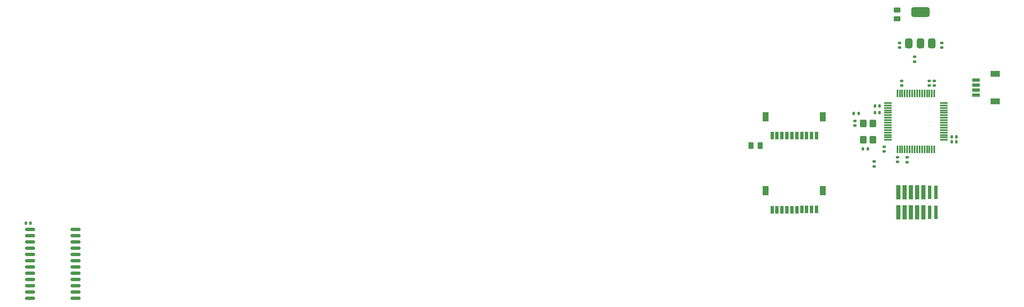
<source format=gbp>
G04 #@! TF.GenerationSoftware,KiCad,Pcbnew,9.0.6*
G04 #@! TF.CreationDate,2025-12-16T13:31:05+01:00*
G04 #@! TF.ProjectId,MBO,4d424f2e-6b69-4636-9164-5f7063625858,rev?*
G04 #@! TF.SameCoordinates,Original*
G04 #@! TF.FileFunction,Paste,Bot*
G04 #@! TF.FilePolarity,Positive*
%FSLAX46Y46*%
G04 Gerber Fmt 4.6, Leading zero omitted, Abs format (unit mm)*
G04 Created by KiCad (PCBNEW 9.0.6) date 2025-12-16 13:31:05*
%MOMM*%
%LPD*%
G01*
G04 APERTURE LIST*
G04 Aperture macros list*
%AMRoundRect*
0 Rectangle with rounded corners*
0 $1 Rounding radius*
0 $2 $3 $4 $5 $6 $7 $8 $9 X,Y pos of 4 corners*
0 Add a 4 corners polygon primitive as box body*
4,1,4,$2,$3,$4,$5,$6,$7,$8,$9,$2,$3,0*
0 Add four circle primitives for the rounded corners*
1,1,$1+$1,$2,$3*
1,1,$1+$1,$4,$5*
1,1,$1+$1,$6,$7*
1,1,$1+$1,$8,$9*
0 Add four rect primitives between the rounded corners*
20,1,$1+$1,$2,$3,$4,$5,0*
20,1,$1+$1,$4,$5,$6,$7,0*
20,1,$1+$1,$6,$7,$8,$9,0*
20,1,$1+$1,$8,$9,$2,$3,0*%
G04 Aperture macros list end*
%ADD10C,0.010000*%
%ADD11RoundRect,0.140000X-0.170000X0.140000X-0.170000X-0.140000X0.170000X-0.140000X0.170000X0.140000X0*%
%ADD12RoundRect,0.140000X0.140000X0.170000X-0.140000X0.170000X-0.140000X-0.170000X0.140000X-0.170000X0*%
%ADD13RoundRect,0.140000X0.170000X-0.140000X0.170000X0.140000X-0.170000X0.140000X-0.170000X-0.140000X0*%
%ADD14RoundRect,0.250000X0.450000X-0.262500X0.450000X0.262500X-0.450000X0.262500X-0.450000X-0.262500X0*%
%ADD15RoundRect,0.135000X0.185000X-0.135000X0.185000X0.135000X-0.185000X0.135000X-0.185000X-0.135000X0*%
%ADD16R,0.660400X1.549400*%
%ADD17R,1.295400X1.905000*%
%ADD18RoundRect,0.075000X-0.700000X-0.075000X0.700000X-0.075000X0.700000X0.075000X-0.700000X0.075000X0*%
%ADD19RoundRect,0.075000X-0.075000X-0.700000X0.075000X-0.700000X0.075000X0.700000X-0.075000X0.700000X0*%
%ADD20RoundRect,0.140000X-0.140000X-0.170000X0.140000X-0.170000X0.140000X0.170000X-0.140000X0.170000X0*%
%ADD21RoundRect,0.250000X0.262500X0.450000X-0.262500X0.450000X-0.262500X-0.450000X0.262500X-0.450000X0*%
%ADD22R,0.740000X2.790000*%
%ADD23RoundRect,0.150000X0.875000X0.150000X-0.875000X0.150000X-0.875000X-0.150000X0.875000X-0.150000X0*%
%ADD24RoundRect,0.250000X0.400000X-0.550000X0.400000X0.550000X-0.400000X0.550000X-0.400000X-0.550000X0*%
%ADD25RoundRect,0.375000X0.375000X-0.625000X0.375000X0.625000X-0.375000X0.625000X-0.375000X-0.625000X0*%
%ADD26RoundRect,0.500000X1.400000X-0.500000X1.400000X0.500000X-1.400000X0.500000X-1.400000X-0.500000X0*%
%ADD27R,1.549400X0.660400*%
%ADD28R,1.905000X1.295400*%
G04 APERTURE END LIST*
D10*
X513340000Y-200463000D02*
X512600000Y-200463000D01*
X512600000Y-197673000D01*
X513340000Y-197673000D01*
X513340000Y-200463000D01*
G36*
X513340000Y-200463000D02*
G01*
X512600000Y-200463000D01*
X512600000Y-197673000D01*
X513340000Y-197673000D01*
X513340000Y-200463000D01*
G37*
X513340000Y-204527000D02*
X512600000Y-204527000D01*
X512600000Y-201737000D01*
X513340000Y-201737000D01*
X513340000Y-204527000D01*
G36*
X513340000Y-204527000D02*
G01*
X512600000Y-204527000D01*
X512600000Y-201737000D01*
X513340000Y-201737000D01*
X513340000Y-204527000D01*
G37*
X514610000Y-200463000D02*
X513870000Y-200463000D01*
X513870000Y-197673000D01*
X514610000Y-197673000D01*
X514610000Y-200463000D01*
G36*
X514610000Y-200463000D02*
G01*
X513870000Y-200463000D01*
X513870000Y-197673000D01*
X514610000Y-197673000D01*
X514610000Y-200463000D01*
G37*
X514610000Y-204527000D02*
X513870000Y-204527000D01*
X513870000Y-201737000D01*
X514610000Y-201737000D01*
X514610000Y-204527000D01*
G36*
X514610000Y-204527000D02*
G01*
X513870000Y-204527000D01*
X513870000Y-201737000D01*
X514610000Y-201737000D01*
X514610000Y-204527000D01*
G37*
X515880000Y-200463000D02*
X515140000Y-200463000D01*
X515140000Y-197673000D01*
X515880000Y-197673000D01*
X515880000Y-200463000D01*
G36*
X515880000Y-200463000D02*
G01*
X515140000Y-200463000D01*
X515140000Y-197673000D01*
X515880000Y-197673000D01*
X515880000Y-200463000D01*
G37*
X515880000Y-204527000D02*
X515140000Y-204527000D01*
X515140000Y-201737000D01*
X515880000Y-201737000D01*
X515880000Y-204527000D01*
G36*
X515880000Y-204527000D02*
G01*
X515140000Y-204527000D01*
X515140000Y-201737000D01*
X515880000Y-201737000D01*
X515880000Y-204527000D01*
G37*
X517150000Y-200463000D02*
X516410000Y-200463000D01*
X516410000Y-197673000D01*
X517150000Y-197673000D01*
X517150000Y-200463000D01*
G36*
X517150000Y-200463000D02*
G01*
X516410000Y-200463000D01*
X516410000Y-197673000D01*
X517150000Y-197673000D01*
X517150000Y-200463000D01*
G37*
X517150000Y-204527000D02*
X516410000Y-204527000D01*
X516410000Y-201737000D01*
X517150000Y-201737000D01*
X517150000Y-204527000D01*
G36*
X517150000Y-204527000D02*
G01*
X516410000Y-204527000D01*
X516410000Y-201737000D01*
X517150000Y-201737000D01*
X517150000Y-204527000D01*
G37*
X518420000Y-200463000D02*
X517680000Y-200463000D01*
X517680000Y-197673000D01*
X518420000Y-197673000D01*
X518420000Y-200463000D01*
G36*
X518420000Y-200463000D02*
G01*
X517680000Y-200463000D01*
X517680000Y-197673000D01*
X518420000Y-197673000D01*
X518420000Y-200463000D01*
G37*
X518420000Y-204527000D02*
X517680000Y-204527000D01*
X517680000Y-201737000D01*
X518420000Y-201737000D01*
X518420000Y-204527000D01*
G36*
X518420000Y-204527000D02*
G01*
X517680000Y-204527000D01*
X517680000Y-201737000D01*
X518420000Y-201737000D01*
X518420000Y-204527000D01*
G37*
D11*
X504150000Y-184620000D03*
X504150000Y-185580000D03*
D12*
X524780000Y-187800000D03*
X523820000Y-187800000D03*
D13*
X512800000Y-192930000D03*
X512800000Y-191970000D03*
D14*
X512750000Y-163882500D03*
X512750000Y-162057500D03*
D15*
X514800000Y-192960000D03*
X514800000Y-191940000D03*
D13*
X521800000Y-169730000D03*
X521800000Y-168770000D03*
D12*
X509200000Y-182950000D03*
X508240000Y-182950000D03*
D16*
X487400000Y-202600000D03*
X488400000Y-202600000D03*
X489400000Y-202600000D03*
X490400000Y-202600000D03*
X491400000Y-202600000D03*
X492400000Y-202600000D03*
X493400000Y-202598500D03*
X494400000Y-202598500D03*
X495400000Y-202598500D03*
X496400000Y-202598500D03*
D17*
X497700000Y-198723500D03*
X486100000Y-198725000D03*
D11*
X520300000Y-176470000D03*
X520300000Y-177430000D03*
D18*
X510875000Y-188450000D03*
X510875000Y-187950000D03*
X510875000Y-187450000D03*
X510875000Y-186950000D03*
X510875000Y-186450000D03*
X510875000Y-185950000D03*
X510875000Y-185450000D03*
X510875000Y-184950000D03*
X510875000Y-184450000D03*
X510875000Y-183950000D03*
X510875000Y-183450000D03*
X510875000Y-182950000D03*
X510875000Y-182450000D03*
X510875000Y-181950000D03*
X510875000Y-181450000D03*
X510875000Y-180950000D03*
D19*
X512800000Y-179025000D03*
X513300000Y-179025000D03*
X513800000Y-179025000D03*
X514300000Y-179025000D03*
X514800000Y-179025000D03*
X515300000Y-179025000D03*
X515800000Y-179025000D03*
X516300000Y-179025000D03*
X516800000Y-179025000D03*
X517300000Y-179025000D03*
X517800000Y-179025000D03*
X518300000Y-179025000D03*
X518800000Y-179025000D03*
X519300000Y-179025000D03*
X519800000Y-179025000D03*
X520300000Y-179025000D03*
D18*
X522225000Y-180950000D03*
X522225000Y-181450000D03*
X522225000Y-181950000D03*
X522225000Y-182450000D03*
X522225000Y-182950000D03*
X522225000Y-183450000D03*
X522225000Y-183950000D03*
X522225000Y-184450000D03*
X522225000Y-184950000D03*
X522225000Y-185450000D03*
X522225000Y-185950000D03*
X522225000Y-186450000D03*
X522225000Y-186950000D03*
X522225000Y-187450000D03*
X522225000Y-187950000D03*
X522225000Y-188450000D03*
D19*
X520300000Y-190375000D03*
X519800000Y-190375000D03*
X519300000Y-190375000D03*
X518800000Y-190375000D03*
X518300000Y-190375000D03*
X517800000Y-190375000D03*
X517300000Y-190375000D03*
X516800000Y-190375000D03*
X516300000Y-190375000D03*
X515800000Y-190375000D03*
X515300000Y-190375000D03*
X514800000Y-190375000D03*
X514300000Y-190375000D03*
X513800000Y-190375000D03*
X513300000Y-190375000D03*
X512800000Y-190375000D03*
D13*
X510150000Y-190830000D03*
X510150000Y-189870000D03*
D20*
X505820000Y-190300000D03*
X506780000Y-190300000D03*
X503970000Y-183050000D03*
X504930000Y-183050000D03*
D12*
X509200000Y-181550000D03*
X508240000Y-181550000D03*
D21*
X484962500Y-189600000D03*
X483137500Y-189600000D03*
D22*
X520590000Y-203135000D03*
X520590000Y-199065000D03*
X519320000Y-203135000D03*
X519320000Y-199065000D03*
X518050000Y-203135000D03*
X518050000Y-199065000D03*
X516780000Y-203135000D03*
X516780000Y-199065000D03*
X515510000Y-203135000D03*
X515510000Y-199065000D03*
X514240000Y-203135000D03*
X514240000Y-199065000D03*
X512970000Y-203135000D03*
X512970000Y-199065000D03*
D13*
X513250000Y-169700000D03*
X513250000Y-168740000D03*
D23*
X346150000Y-206615000D03*
X346150000Y-207885000D03*
X346150000Y-209155000D03*
X346150000Y-210425000D03*
X346150000Y-211695000D03*
X346150000Y-212965000D03*
X346150000Y-214235000D03*
X346150000Y-215505000D03*
X346150000Y-216775000D03*
X346150000Y-218045000D03*
X346150000Y-219315000D03*
X346150000Y-220585000D03*
X336850000Y-220585000D03*
X336850000Y-219315000D03*
X336850000Y-218045000D03*
X336850000Y-216775000D03*
X336850000Y-215505000D03*
X336850000Y-214235000D03*
X336850000Y-212965000D03*
X336850000Y-211695000D03*
X336850000Y-210425000D03*
X336850000Y-209155000D03*
X336850000Y-207885000D03*
X336850000Y-206615000D03*
D11*
X519250000Y-176470000D03*
X519250000Y-177430000D03*
D15*
X516300000Y-172560000D03*
X516300000Y-171540000D03*
D12*
X524780000Y-188850000D03*
X523820000Y-188850000D03*
D24*
X505850000Y-188400000D03*
X505850000Y-185100000D03*
X507850000Y-185100000D03*
X507850000Y-188400000D03*
D25*
X519750000Y-168850000D03*
X517450000Y-168850000D03*
X515150000Y-168850000D03*
D26*
X517450000Y-162550000D03*
D16*
X487400000Y-187600000D03*
X488400000Y-187600000D03*
X489400000Y-187600000D03*
X490400000Y-187600000D03*
X491400000Y-187600000D03*
X492400000Y-187600000D03*
X493400000Y-187598500D03*
X494400000Y-187598500D03*
X495400000Y-187598500D03*
X496400000Y-187598500D03*
D17*
X497700000Y-183723500D03*
X486100000Y-183725000D03*
D12*
X336980000Y-205350000D03*
X336020000Y-205350000D03*
D11*
X513650000Y-176470000D03*
X513650000Y-177430000D03*
D15*
X508100000Y-193860000D03*
X508100000Y-192840000D03*
D27*
X528751500Y-176350000D03*
X528751500Y-177350000D03*
X528751500Y-178350000D03*
X528751500Y-179350000D03*
D28*
X532626500Y-180650000D03*
X532626500Y-175050000D03*
M02*

</source>
